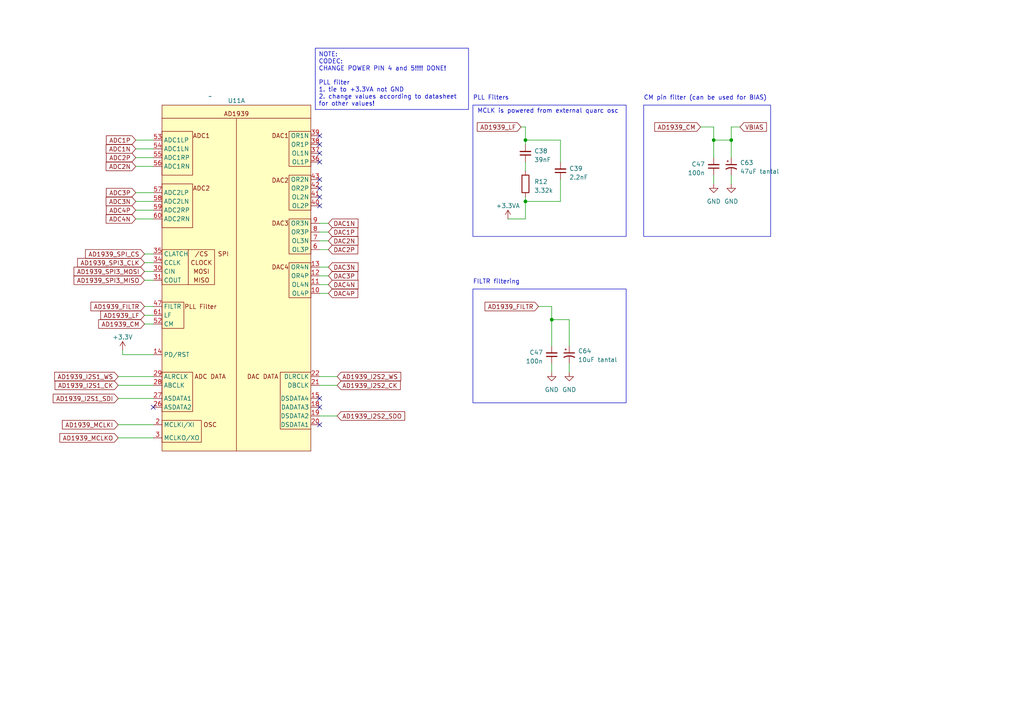
<source format=kicad_sch>
(kicad_sch (version 20230121) (generator eeschema)
  (paper "A4")
  (lib_symbols
    (symbol "Device:C_Polarized_Small_US" (pin_numbers hide) (pin_names (offset 0.254) hide)
      (property "Reference" "C" (at 0.254 1.778 0))
      (property "Value" "C_Polarized_Small_US" (at 0.254 -2.032 0))
      (symbol "C_Polarized_Small_US_0_1"
        (polyline (pts (xy -1.524 0.508) (xy 1.524 0.508)) (stroke (width 0.3048)))
        (polyline (pts (xy -1.27 1.524) (xy -0.762 1.524)))
        (polyline (pts (xy -1.016 1.27) (xy -1.016 1.778)))
        (arc (start 1.524 -0.762) (mid 0 -0.3734) (end -1.524 -0.762) (stroke (width 0.3048)))
      )
      (symbol "C_Polarized_Small_US_1_1"
        (pin passive line (at 0 2.54 270) (length 2.032) (name "~") (number "1"))
        (pin passive line (at 0 -2.54 90) (length 2.032) (name "~") (number "2"))
      )
    )
    (symbol "Device:C_Small" (pin_numbers hide) (pin_names (offset 0.254) hide)
      (property "Reference" "C" (at 0.254 1.778 0))
      (property "Value" "C_Small" (at 0.254 -2.032 0))
      (symbol "C_Small_0_1"
        (polyline (pts (xy -1.524 -0.508) (xy 1.524 -0.508)) (stroke (width 0.3302)))
        (polyline (pts (xy -1.524 0.508) (xy 1.524 0.508)) (stroke (width 0.3048)))
      )
      (symbol "C_Small_1_1"
        (pin passive line (at 0 2.54 270) (length 2.032) (name "~") (number "1"))
        (pin passive line (at 0 -2.54 90) (length 2.032) (name "~") (number "2"))
      )
    )
    (symbol "Device:R" (pin_numbers hide) (pin_names (offset 0))
      (property "Reference" "R" (at 2.032 0 90))
      (property "Value" "R" (at 0 0 90))
      (symbol "R_0_1"
        (rectangle (start -1.016 -2.54) (end 1.016 2.54) (stroke (width 0.254)))
      )
      (symbol "R_1_1"
        (pin passive line (at 0 3.81 270) (length 1.27) (name "~") (number "1"))
        (pin passive line (at 0 -3.81 90) (length 1.27) (name "~") (number "2"))
      )
    )
    (symbol "codec:AD1939"
      (property "Reference" "U" (at -10.16 5.08 0))
      (symbol "AD1939_1_1"
        (rectangle (start -13.97 -93.98) (end -2.54 -100.33))
        (rectangle (start -13.97 -80.01) (end -5.08 -91.44))
        (rectangle (start -13.97 -59.69) (end -7.62 -67.31))
        (rectangle (start -13.97 -44.45) (end -6.35 -54.61))
        (rectangle (start -13.97 -25.4) (end -5.08 -38.1))
        (rectangle (start -13.97 -10.16) (end -5.08 -22.86))
        (rectangle (start -13.97 -2.54) (end 29.21 -102.87) (fill (type background)))
        (polyline (pts (xy -13.97 -6.35) (xy 29.21 -6.35)))
        (polyline (pts (xy 7.62 -6.35) (xy 7.62 -102.87)))
        (polyline (pts (xy -6.35 -44.45) (xy 1.27 -44.45) (xy 1.27 -54.61) (xy -6.35 -54.61)))
        (polyline (pts (xy 29.21 -80.01) (xy 20.32 -80.01) (xy 20.32 -96.52) (xy 29.21 -96.52)))
        (rectangle (start 22.86 -48.26) (end 29.21 -58.42))
        (rectangle (start 22.86 -35.56) (end 29.21 -45.72))
        (rectangle (start 22.86 -22.86) (end 29.21 -33.02))
        (rectangle (start 22.86 -10.16) (end 29.21 -20.32))
        (text "/CS" (at -2.54 -45.72 0) (effects (font (size 1.27 1.27))))
        (text "AD1939" (at 7.62 -5.08 0) (effects (font (size 1.27 1.27))))
        (text "ADC DATA" (at 0 -81.28 0) (effects (font (size 1.27 1.27))))
        (text "ADC1\n" (at -2.54 -11.43 0) (effects (font (size 1.27 1.27))))
        (text "ADC2\n" (at -2.54 -26.67 0) (effects (font (size 1.27 1.27))))
        (text "CLOCK" (at -2.54 -48.26 0) (effects (font (size 1.27 1.27))))
        (text "DAC DATA" (at 15.24 -81.28 0) (effects (font (size 1.27 1.27))))
        (text "DAC1\n" (at 20.32 -11.43 0) (effects (font (size 1.27 1.27))))
        (text "DAC2\n\n" (at 20.32 -25.4 0) (effects (font (size 1.27 1.27))))
        (text "DAC3\n" (at 20.32 -36.83 0) (effects (font (size 1.27 1.27))))
        (text "DAC4\n" (at 20.32 -49.53 0) (effects (font (size 1.27 1.27))))
        (text "MISO" (at -2.54 -53.34 0) (effects (font (size 1.27 1.27))))
        (text "MOSI" (at -2.54 -50.8 0) (effects (font (size 1.27 1.27))))
        (text "OSC" (at 0 -95.25 0) (effects (font (size 1.27 1.27))))
        (text "PLL Filter" (at -2.7837 -60.9893 0) (effects (font (size 1.27 1.27))))
        (text "SPI\n" (at 3.81 -45.72 0) (effects (font (size 1.27 1.27))))
        (pin output line (at 31.75 -57.15 180) (length 2.54) (name "OL4P") (number "10"))
        (pin output line (at 31.75 -54.61 180) (length 2.54) (name "OL4N") (number "11"))
        (pin output line (at 31.75 -52.07 180) (length 2.54) (name "OR4P") (number "12"))
        (pin output line (at 31.75 -49.53 180) (length 2.54) (name "OR4N") (number "13"))
        (pin input line (at -16.51 -74.93 0) (length 2.54) (name "PD/RST") (number "14"))
        (pin bidirectional line (at 31.75 -87.63 180) (length 2.54) (name "DSDATA4") (number "15"))
        (pin bidirectional line (at 31.75 -90.17 180) (length 2.54) (name "DADATA3") (number "18"))
        (pin bidirectional line (at 31.75 -92.71 180) (length 2.54) (name "DSDATA2") (number "19"))
        (pin input line (at -16.51 -95.25 0) (length 2.54) (name "MCLKI/XI") (number "2"))
        (pin input line (at 31.75 -95.25 180) (length 2.54) (name "DSDATA1") (number "20"))
        (pin bidirectional line (at 31.75 -83.82 180) (length 2.54) (name "DBCLK") (number "21"))
        (pin bidirectional line (at 31.75 -81.28 180) (length 2.54) (name "DLRCLK") (number "22"))
        (pin bidirectional line (at -16.51 -90.17 0) (length 2.54) (name "ASDATA2") (number "26"))
        (pin output line (at -16.51 -87.63 0) (length 2.54) (name "ASDATA1") (number "27"))
        (pin bidirectional line (at -16.51 -83.82 0) (length 2.54) (name "ABCLK") (number "28"))
        (pin bidirectional line (at -16.51 -81.28 0) (length 2.54) (name "ALRCLK") (number "29"))
        (pin output line (at -16.51 -99.06 0) (length 2.54) (name "MCLKO/XO") (number "3"))
        (pin input line (at -16.51 -50.8 0) (length 2.54) (name "CIN") (number "30"))
        (pin bidirectional line (at -16.51 -53.34 0) (length 2.54) (name "COUT") (number "31"))
        (pin input line (at -16.51 -48.26 0) (length 2.54) (name "CCLK") (number "34"))
        (pin input line (at -16.51 -45.72 0) (length 2.54) (name "CLATCH") (number "35"))
        (pin output line (at 31.75 -19.05 180) (length 2.54) (name "OL1P") (number "36"))
        (pin output line (at 31.75 -16.51 180) (length 2.54) (name "OL1N") (number "37"))
        (pin output line (at 31.75 -13.97 180) (length 2.54) (name "OR1P") (number "38"))
        (pin output line (at 31.75 -11.43 180) (length 2.54) (name "OR1N") (number "39"))
        (pin output line (at 31.75 -31.75 180) (length 2.54) (name "OL2P") (number "40"))
        (pin output line (at 31.75 -29.21 180) (length 2.54) (name "OL2N") (number "41"))
        (pin output line (at 31.75 -26.67 180) (length 2.54) (name "OR2P") (number "42"))
        (pin output line (at 31.75 -24.13 180) (length 2.54) (name "OR2N") (number "43"))
        (pin output line (at -16.51 -60.96 0) (length 2.54) (name "FILTR") (number "47"))
        (pin output line (at -16.51 -66.04 0) (length 2.54) (name "CM") (number "52"))
        (pin input line (at -16.51 -12.7 0) (length 2.54) (name "ADC1LP") (number "53"))
        (pin input line (at -16.51 -15.24 0) (length 2.54) (name "ADC1LN") (number "54"))
        (pin input line (at -16.51 -17.78 0) (length 2.54) (name "ADC1RP") (number "55"))
        (pin input line (at -16.51 -20.32 0) (length 2.54) (name "ADC1RN") (number "56"))
        (pin input line (at -16.51 -27.94 0) (length 2.54) (name "ADC2LP") (number "57"))
        (pin input line (at -16.51 -30.48 0) (length 2.54) (name "ADC2LN") (number "58"))
        (pin input line (at -16.51 -33.02 0) (length 2.54) (name "ADC2RP") (number "59"))
        (pin output line (at 31.75 -44.45 180) (length 2.54) (name "OL3P") (number "6"))
        (pin input line (at -16.51 -35.56 0) (length 2.54) (name "ADC2RN") (number "60"))
        (pin output line (at -16.51 -63.5 0) (length 2.54) (name "LF") (number "61"))
        (pin output line (at 31.75 -41.91 180) (length 2.54) (name "OL3N") (number "7"))
        (pin output line (at 31.75 -39.37 180) (length 2.54) (name "OR3P") (number "8"))
        (pin output line (at 31.75 -36.83 180) (length 2.54) (name "OR3N") (number "9"))
      )
      (symbol "AD1939_2_1"
        (rectangle (start -11.43 3.81) (end 11.43 -35.56) (fill (type background)))
        (polyline (pts (xy -11.43 0) (xy 11.43 0)))
        (polyline (pts (xy 0 0) (xy 0 -35.56)))
        (text "AD1939_PWR\n" (at 0 1.27 0) (effects (font (size 1.27 1.27))))
        (text "Analog" (at 6.35 -1.27 0) (effects (font (size 1.27 1.27))))
        (text "Digital\n" (at -6.35 -1.27 0) (effects (font (size 1.27 1.27))))
        (pin input line (at 13.97 -24.13 180) (length 2.54) (name "AGND") (number "1"))
        (pin input line (at -13.97 -21.59 0) (length 2.54) (name "DGND") (number "16"))
        (pin input line (at -13.97 -5.08 0) (length 2.54) (name "DVDD") (number "17"))
        (pin input line (at -13.97 -16.51 0) (length 2.54) (name "VSUPPLY") (number "23"))
        (pin input line (at -13.97 -11.43 0) (length 2.54) (name "VSENSE") (number "24"))
        (pin output line (at -13.97 -13.97 0) (length 2.54) (name "VDRIVE") (number "25"))
        (pin input line (at -13.97 -7.62 0) (length 2.54) (name "DVDD") (number "32"))
        (pin input line (at -13.97 -24.13 0) (length 2.54) (name "DGND") (number "33"))
        (pin input line (at 13.97 -21.59 180) (length 2.54) (name "AGND") (number "4"))
        (pin input line (at 13.97 -31.75 180) (length 2.54) (name "AGND") (number "44"))
        (pin input line (at 13.97 -10.16 180) (length 2.54) (name "AVDD") (number "45"))
        (pin input line (at 13.97 -29.21 180) (length 2.54) (name "AGND") (number "46"))
        (pin input line (at 13.97 -26.67 180) (length 2.54) (name "AGND") (number "48"))
        (pin no_connect line (at -13.97 -26.67 0) (length 2.54) (name "NC") (number "49"))
        (pin input line (at 13.97 -19.05 180) (length 2.54) (name "AGND") (number "5"))
        (pin no_connect line (at -13.97 -29.21 0) (length 2.54) (name "NC") (number "50"))
        (pin input line (at 13.97 -7.62 180) (length 2.54) (name "AVDD") (number "51"))
        (pin input line (at 13.97 -5.08 180) (length 2.54) (name "AVDD") (number "62"))
        (pin no_connect line (at -13.97 -31.75 0) (length 2.54) (name "NC") (number "63"))
        (pin no_connect line (at -13.97 -34.29 0) (length 2.54) (name "NC") (number "64"))
      )
    )
    (symbol "power:+3.3V" (power) (pin_names (offset 0))
      (property "Value" "+3.3V" (at 0 3.556 0))
      (symbol "+3.3V_0_1"
        (polyline (pts (xy -0.762 1.27) (xy 0 2.54)))
        (polyline (pts (xy 0 0) (xy 0 2.54)))
        (polyline (pts (xy 0 2.54) (xy 0.762 1.27)))
      )
      (symbol "+3.3V_1_1"
        (pin power_in line (at 0 0 90) (length 0) hide (name "+3.3V") (number "1"))
      )
    )
    (symbol "power:+3.3VA" (power) (pin_names (offset 0))
      (property "Value" "+3.3VA" (at 0 3.556 0))
      (symbol "+3.3VA_0_1"
        (polyline (pts (xy -0.762 1.27) (xy 0 2.54)))
        (polyline (pts (xy 0 0) (xy 0 2.54)))
        (polyline (pts (xy 0 2.54) (xy 0.762 1.27)))
      )
      (symbol "+3.3VA_1_1"
        (pin power_in line (at 0 0 90) (length 0) hide (name "+3.3VA") (number "1"))
      )
    )
    (symbol "power:GND" (power) (pin_names (offset 0))
      (property "Value" "GND" (at 0 -3.81 0))
      (symbol "GND_0_1"
        (polyline (pts (xy 0 0) (xy 0 -1.27) (xy 1.27 -1.27) (xy 0 -2.54) (xy -1.27 -1.27) (xy 0 -1.27)))
      )
      (symbol "GND_1_1"
        (pin power_in line (at 0 0 270) (length 0) hide (name "GND") (number "1"))
      )
    )
  )
  (junction (at 212.09 40.64))
  (junction (at 152.4 40.64))
  (junction (at 160.02 92.71))
  (junction (at 152.4 58.42))
  (junction (at 207.01 40.64))
  (no_connect (at 92.71 115.57))
  (no_connect (at 92.71 59.69))
  (no_connect (at 92.71 118.11))
  (no_connect (at 92.71 52.07))
  (no_connect (at 92.71 46.99))
  (no_connect (at 92.71 41.91))
  (no_connect (at 92.71 54.61))
  (no_connect (at 92.71 44.45))
  (no_connect (at 92.71 123.19))
  (no_connect (at 92.71 39.37))
  (no_connect (at 92.71 57.15))
  (no_connect (at 44.45 118.11))
  (wire (pts (xy 95.25 82.55) (xy 92.71 82.55)))
  (wire (pts (xy 35.56 101.6) (xy 35.56 102.87)))
  (wire (pts (xy 207.01 40.64) (xy 212.09 40.64)))
  (wire (pts (xy 41.91 73.66) (xy 44.45 73.66)))
  (wire (pts (xy 165.1 105.41) (xy 165.1 107.95)))
  (wire (pts (xy 95.25 69.85) (xy 92.71 69.85)))
  (wire (pts (xy 39.37 55.88) (xy 44.45 55.88)))
  (wire (pts (xy 212.09 36.83) (xy 212.09 40.64)))
  (wire (pts (xy 92.71 120.65) (xy 97.79 120.65)))
  (wire (pts (xy 152.4 58.42) (xy 152.4 63.5)))
  (wire (pts (xy 152.4 58.42) (xy 162.56 58.42)))
  (wire (pts (xy 152.4 46.99) (xy 152.4 49.53)))
  (wire (pts (xy 156.21 88.9) (xy 160.02 88.9)))
  (wire (pts (xy 160.02 88.9) (xy 160.02 92.71)))
  (wire (pts (xy 160.02 92.71) (xy 160.02 100.33)))
  (wire (pts (xy 214.63 36.83) (xy 212.09 36.83)))
  (wire (pts (xy 160.02 105.41) (xy 160.02 107.95)))
  (wire (pts (xy 152.4 40.64) (xy 152.4 41.91)))
  (wire (pts (xy 39.37 58.42) (xy 44.45 58.42)))
  (wire (pts (xy 41.91 91.44) (xy 44.45 91.44)))
  (wire (pts (xy 92.71 109.22) (xy 97.79 109.22)))
  (wire (pts (xy 95.25 77.47) (xy 92.71 77.47)))
  (wire (pts (xy 152.4 57.15) (xy 152.4 58.42)))
  (wire (pts (xy 160.02 92.71) (xy 165.1 92.71)))
  (wire (pts (xy 34.29 109.22) (xy 44.45 109.22)))
  (wire (pts (xy 92.71 111.76) (xy 97.79 111.76)))
  (wire (pts (xy 95.25 72.39) (xy 92.71 72.39)))
  (wire (pts (xy 207.01 40.64) (xy 207.01 36.83)))
  (wire (pts (xy 39.37 40.64) (xy 44.45 40.64)))
  (wire (pts (xy 162.56 58.42) (xy 162.56 52.07)))
  (wire (pts (xy 165.1 92.71) (xy 165.1 100.33)))
  (wire (pts (xy 95.25 64.77) (xy 92.71 64.77)))
  (wire (pts (xy 147.32 63.5) (xy 152.4 63.5)))
  (wire (pts (xy 95.25 80.01) (xy 92.71 80.01)))
  (wire (pts (xy 41.91 76.2) (xy 44.45 76.2)))
  (wire (pts (xy 212.09 50.8) (xy 212.09 53.34)))
  (wire (pts (xy 44.45 102.87) (xy 35.56 102.87)))
  (wire (pts (xy 162.56 40.64) (xy 162.56 46.99)))
  (wire (pts (xy 39.37 45.72) (xy 44.45 45.72)))
  (wire (pts (xy 41.91 88.9) (xy 44.45 88.9)))
  (wire (pts (xy 152.4 40.64) (xy 162.56 40.64)))
  (wire (pts (xy 34.29 111.76) (xy 44.45 111.76)))
  (wire (pts (xy 95.25 67.31) (xy 92.71 67.31)))
  (wire (pts (xy 39.37 63.5) (xy 44.45 63.5)))
  (wire (pts (xy 207.01 50.8) (xy 207.01 53.34)))
  (wire (pts (xy 152.4 36.83) (xy 152.4 40.64)))
  (wire (pts (xy 203.2 36.83) (xy 207.01 36.83)))
  (wire (pts (xy 39.37 60.96) (xy 44.45 60.96)))
  (wire (pts (xy 39.37 48.26) (xy 44.45 48.26)))
  (wire (pts (xy 41.91 93.98) (xy 44.45 93.98)))
  (wire (pts (xy 34.29 127) (xy 44.45 127)))
  (wire (pts (xy 95.25 85.09) (xy 92.71 85.09)))
  (wire (pts (xy 41.91 81.28) (xy 44.45 81.28)))
  (wire (pts (xy 212.09 40.64) (xy 212.09 45.72)))
  (wire (pts (xy 41.91 78.74) (xy 44.45 78.74)))
  (wire (pts (xy 207.01 40.64) (xy 207.01 45.72)))
  (wire (pts (xy 34.29 115.57) (xy 44.45 115.57)))
  (wire (pts (xy 151.13 36.83) (xy 152.4 36.83)))
  (wire (pts (xy 39.37 43.18) (xy 44.45 43.18)))
  (wire (pts (xy 34.29 123.19) (xy 44.45 123.19)))
  (rectangle (start 137.16 30.48) (end 181.61 68.58))
  (rectangle (start 186.69 30.48) (end 223.52 68.58))
  (rectangle (start 137.16 83.82) (end 181.61 116.84))
  (text_box "NOTE: \nCODEC:\nCHANGE POWER PIN 4 and 5!!!! DONE!\n\nPLL filter\n1. tie to +3.3VA not GND\n2. change values according to datasheet for other values!" (at 91.44 13.97 0) (size 44.45 17.78) (effects (font (size 1.27 1.27)) (justify left top)))
  (text "PLL Filters" (at 137.16 29.21 0) (effects (font (size 1.27 1.27)) (justify left bottom)))
  (text "FILTR filtering" (at 137.16 82.55 0) (effects (font (size 1.27 1.27)) (justify left bottom)))
  (text "MCLK is powered from external quarc osc" (at 138.43 33.02 0) (effects (font (size 1.27 1.27)) (justify left bottom)))
  (text "CM pin filter (can be used for BIAS)" (at 186.69 29.21 0) (effects (font (size 1.27 1.27)) (justify left bottom)))
  (global_label "AD1939_I2S1_SDI" (shape input) (at 34.29 115.57 180) (property "Intersheetrefs" "${INTERSHEET_REFS}" (effects hide)))
  (global_label "AD1939_I2S2_SDO" (shape input) (at 97.79 120.65 0) (property "Intersheetrefs" "${INTERSHEET_REFS}" (effects hide)))
  (global_label "DAC3N" (shape input) (at 95.25 77.47 0) (property "Intersheetrefs" "${INTERSHEET_REFS}" (effects hide)))
  (global_label "AD1939_SPI_CS" (shape input) (at 41.91 73.66 180) (property "Intersheetrefs" "${INTERSHEET_REFS}" (effects hide)))
  (global_label "AD1939_FILTR" (shape input) (at 41.91 88.9 180) (property "Intersheetrefs" "${INTERSHEET_REFS}" (effects hide)))
  (global_label "DAC1N" (shape input) (at 95.25 64.77 0) (property "Intersheetrefs" "${INTERSHEET_REFS}" (effects hide)))
  (global_label "AD1939_SPI3_MISO" (shape input) (at 41.91 81.28 180) (property "Intersheetrefs" "${INTERSHEET_REFS}" (effects hide)))
  (global_label "AD1939_I2S1_CK" (shape input) (at 34.29 111.76 180) (property "Intersheetrefs" "${INTERSHEET_REFS}" (effects hide)))
  (global_label "AD1939_I2S2_CK" (shape input) (at 97.79 111.76 0) (property "Intersheetrefs" "${INTERSHEET_REFS}" (effects hide)))
  (global_label "ADC3N" (shape input) (at 39.37 58.42 180) (property "Intersheetrefs" "${INTERSHEET_REFS}" (effects hide)))
  (global_label "AD1939_FILTR" (shape input) (at 156.21 88.9 180) (property "Intersheetrefs" "${INTERSHEET_REFS}" (effects hide)))
  (global_label "DAC2N" (shape input) (at 95.25 69.85 0) (property "Intersheetrefs" "${INTERSHEET_REFS}" (effects hide)))
  (global_label "AD1939_LF" (shape input) (at 41.91 91.44 180) (property "Intersheetrefs" "${INTERSHEET_REFS}" (effects hide)))
  (global_label "DAC4P" (shape input) (at 95.25 85.09 0) (property "Intersheetrefs" "${INTERSHEET_REFS}" (effects hide)))
  (global_label "AD1939_I2S1_WS" (shape input) (at 34.29 109.22 180) (property "Intersheetrefs" "${INTERSHEET_REFS}" (effects hide)))
  (global_label "DAC2P" (shape input) (at 95.25 72.39 0) (property "Intersheetrefs" "${INTERSHEET_REFS}" (effects hide)))
  (global_label "AD1939_CM" (shape input) (at 41.91 93.98 180) (property "Intersheetrefs" "${INTERSHEET_REFS}" (effects hide)))
  (global_label "AD1939_SPI3_MOSI" (shape input) (at 41.91 78.74 180) (property "Intersheetrefs" "${INTERSHEET_REFS}" (effects hide)))
  (global_label "AD1939_I2S2_WS" (shape input) (at 97.79 109.22 0) (property "Intersheetrefs" "${INTERSHEET_REFS}" (effects hide)))
  (global_label "ADC1N" (shape input) (at 39.37 43.18 180) (property "Intersheetrefs" "${INTERSHEET_REFS}" (effects hide)))
  (global_label "ADC2P" (shape input) (at 39.37 45.72 180) (property "Intersheetrefs" "${INTERSHEET_REFS}" (effects hide)))
  (global_label "VBIAS" (shape input) (at 214.63 36.83 0) (property "Intersheetrefs" "${INTERSHEET_REFS}" (effects hide)))
  (global_label "ADC1P" (shape input) (at 39.37 40.64 180) (property "Intersheetrefs" "${INTERSHEET_REFS}" (effects hide)))
  (global_label "ADC3P" (shape input) (at 39.37 55.88 180) (property "Intersheetrefs" "${INTERSHEET_REFS}" (effects hide)))
  (global_label "ADC4P" (shape input) (at 39.37 60.96 180) (property "Intersheetrefs" "${INTERSHEET_REFS}" (effects hide)))
  (global_label "DAC3P" (shape input) (at 95.25 80.01 0) (property "Intersheetrefs" "${INTERSHEET_REFS}" (effects hide)))
  (global_label "DAC4N" (shape input) (at 95.25 82.55 0) (property "Intersheetrefs" "${INTERSHEET_REFS}" (effects hide)))
  (global_label "AD1939_MCLKO" (shape input) (at 34.29 127 180) (property "Intersheetrefs" "${INTERSHEET_REFS}" (effects hide)))
  (global_label "DAC1P" (shape input) (at 95.25 67.31 0) (property "Intersheetrefs" "${INTERSHEET_REFS}" (effects hide)))
  (global_label "AD1939_MCLKI" (shape input) (at 34.29 123.19 180) (property "Intersheetrefs" "${INTERSHEET_REFS}" (effects hide)))
  (global_label "AD1939_SPI3_CLK" (shape input) (at 41.91 76.2 180) (property "Intersheetrefs" "${INTERSHEET_REFS}" (effects hide)))
  (global_label "AD1939_CM" (shape input) (at 203.2 36.83 180) (property "Intersheetrefs" "${INTERSHEET_REFS}" (effects hide)))
  (global_label "ADC4N" (shape input) (at 39.37 63.5 180) (property "Intersheetrefs" "${INTERSHEET_REFS}" (effects hide)))
  (global_label "ADC2N" (shape input) (at 39.37 48.26 180) (property "Intersheetrefs" "${INTERSHEET_REFS}" (effects hide)))
  (global_label "AD1939_LF" (shape input) (at 151.13 36.83 180) (property "Intersheetrefs" "${INTERSHEET_REFS}" (effects hide)))
  (symbol (lib_id "codec:AD1939") (at 60.96 27.94 0) (unit 1)
    (property "Reference" "U11" (at 68.58 29.21 0))
    (property "Value" "~" (at 60.96 27.94 0))
    (property "Footprint" "Package_QFP:LQFP-64_10x10mm_P0.5mm" (effects hide))
    (property "JLCPCB" "C2913556" (effects hide))
  )
  (symbol (lib_id "Device:R") (at 152.4 53.34 0) (unit 1)
    (property "Reference" "R12" (at 154.94 52.705 0) (effects (justify left)))
    (property "Value" "3.32k" (at 154.94 55.245 0) (effects (justify left)))
    (property "Footprint" "Resistor_SMD:R_0603_1608Metric" (effects hide))
    (instances (project "stm_audio_board_V3" (path "" (reference "R12") (unit 1)) (path "" (reference "R10") (unit 1)) (path "" (reference "R10") (unit 1)) (path "" (reference "R10") (unit 1))))
  )
  (symbol (lib_id "Device:C_Polarized_Small_US") (at 165.1 102.87 0) (unit 1)
    (property "Reference" "C64" (at 167.64 101.8032 0) (effects (justify left)))
    (property "Value" "10uF tantal" (at 167.64 104.3432 0) (effects (justify left)))
    (property "Footprint" "Capacitor_Tantalum_SMD:CP_EIA-6032-28_Kemet-C_Pad2.25x2.35mm_HandSolder" (effects hide))
    (instances (project "stm_audio_board_V3" (path "" (reference "C64") (unit 1)) (path "" (reference "C64") (unit 1)) (path "" (reference "C80") (unit 1))))
  )
  (symbol (lib_id "Device:C_Small") (at 152.4 44.45 180) (unit 1)
    (property "Reference" "C38" (at 154.94 43.8086 0) (effects (justify right)))
    (property "Value" "39nF" (at 154.94 46.3486 0) (effects (justify right)))
    (property "Footprint" "Capacitor_SMD:C_0805_2012Metric_Pad1.18x1.45mm_HandSolder" (effects hide))
    (instances (project "stm_audio_board_V3" (path "" (reference "C38") (unit 1)) (path "" (reference "C38") (unit 1)) (path "" (reference "C38") (unit 1)) (path "" (reference "C67") (unit 1))))
  )
  (symbol (lib_id "power:GND") (at 165.1 107.95 0) (unit 1)
    (property "Reference" "#PWR02" (effects hide))
    (property "Value" "GND" (at 165.1 113.03 0))
    (instances (project "stm_audio_board_V3" (path "" (reference "#PWR02") (unit 1)) (path "" (reference "#PWR01") (unit 1)) (path "" (reference "#PWR060") (unit 1)) (path "" (reference "#PWR041") (unit 1))))
  )
  (symbol (lib_id "Device:C_Small") (at 207.01 48.26 0) (mirror x) (unit 1)
    (property "Reference" "C47" (at 204.47 47.6186 0) (effects (justify right)))
    (property "Value" "100n" (at 204.47 50.1586 0) (effects (justify right)))
    (property "Footprint" "Capacitor_SMD:C_0603_1608Metric" (effects hide))
    (instances (project "stm_audio_board_V3" (path "" (reference "C47") (unit 1)) (path "" (reference "C63") (unit 1)) (path "" (reference "C25") (unit 1))))
  )
  (symbol (lib_id "power:+3.3VA") (at 147.32 63.5 0) (unit 1)
    (property "Reference" "#PWR044" (effects hide))
    (property "Value" "+3.3VA" (at 147.32 59.69 0))
    (instances (project "stm_audio_board_V3" (path "" (reference "#PWR044") (unit 1)) (path "" (reference "#PWR037") (unit 1))))
  )
  (symbol (lib_id "power:+3.3V") (at 35.56 101.6 0) (unit 1)
    (property "Reference" "#PWR087" (effects hide))
    (property "Value" "+3.3V" (at 35.56 97.79 0))
    (instances (project "stm_audio_board_V3" (path "" (reference "#PWR087") (unit 1)) (path "" (reference "#PWR062") (unit 1))))
  )
  (symbol (lib_id "Device:C_Small") (at 162.56 49.53 180) (unit 1)
    (property "Reference" "C39" (at 165.1 48.8886 0) (effects (justify right)))
    (property "Value" "2.2nF" (at 165.1 51.4286 0) (effects (justify right)))
    (property "Footprint" "Capacitor_SMD:C_0603_1608Metric" (effects hide))
    (instances (project "stm_audio_board_V3" (path "" (reference "C39") (unit 1)) (path "" (reference "C39") (unit 1)) (path "" (reference "C39") (unit 1)) (path "" (reference "C68") (unit 1))))
  )
  (symbol (lib_id "Device:C_Polarized_Small_US") (at 212.09 48.26 0) (unit 1)
    (property "Reference" "C63" (at 214.63 47.1932 0) (effects (justify left)))
    (property "Value" "47uF tantal" (at 214.63 49.7332 0) (effects (justify left)))
    (property "Footprint" "Capacitor_Tantalum_SMD:CP_EIA-7343-31_Kemet-D_Pad2.25x2.55mm_HandSolder" (effects hide))
    (property "Datasheet" "https://www.hestore.hu/prod_10032010.html" (effects hide))
    (instances (project "stm_audio_board_V3" (path "" (reference "C63") (unit 1)) (path "" (reference "C67") (unit 1)) (path "" (reference "C26") (unit 1))))
  )
  (symbol (lib_id "power:GND") (at 207.01 53.34 0) (unit 1)
    (property "Reference" "#PWR02" (effects hide))
    (property "Value" "GND" (at 207.01 58.42 0))
    (instances (project "stm_audio_board_V3" (path "" (reference "#PWR02") (unit 1)) (path "" (reference "#PWR01") (unit 1)) (path "" (reference "#PWR040") (unit 1)) (path "" (reference "#PWR016") (unit 1))))
  )
  (symbol (lib_id "Device:C_Small") (at 160.02 102.87 0) (mirror x) (unit 1)
    (property "Reference" "C47" (at 157.48 102.2286 0) (effects (justify right)))
    (property "Value" "100n" (at 157.48 104.7686 0) (effects (justify right)))
    (property "Footprint" "Capacitor_SMD:C_0603_1608Metric" (effects hide))
    (instances (project "stm_audio_board_V3" (path "" (reference "C47") (unit 1)) (path "" (reference "C68") (unit 1)) (path "" (reference "C79") (unit 1))))
  )
  (symbol (lib_id "power:GND") (at 212.09 53.34 0) (unit 1)
    (property "Reference" "#PWR02" (effects hide))
    (property "Value" "GND" (at 212.09 58.42 0))
    (instances (project "stm_audio_board_V3" (path "" (reference "#PWR02") (unit 1)) (path "" (reference "#PWR01") (unit 1)) (path "" (reference "#PWR041") (unit 1)) (path "" (reference "#PWR032") (unit 1))))
  )
  (symbol (lib_id "power:GND") (at 160.02 107.95 0) (unit 1)
    (property "Reference" "#PWR02" (effects hide))
    (property "Value" "GND" (at 160.02 113.03 0))
    (instances (project "stm_audio_board_V3" (path "" (reference "#PWR02") (unit 1)) (path "" (reference "#PWR01") (unit 1)) (path "" (reference "#PWR059") (unit 1)) (path "" (reference "#PWR040") (unit 1))))
  )
)
</source>
